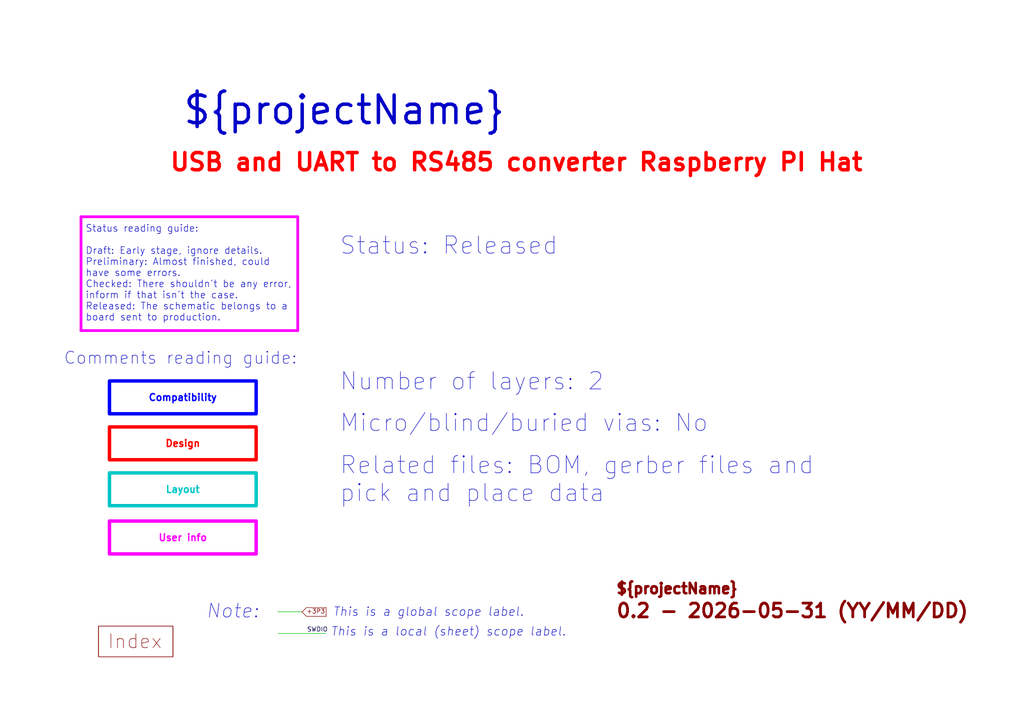
<source format=kicad_sch>
(kicad_sch
	(version 20250114)
	(generator "eeschema")
	(generator_version "9.0")
	(uuid "e63e39d7-6ac0-4ffd-8aa3-1841a4541b55")
	(paper "A4")
	(title_block
		(title "${boardName} - ${coverName}")
		(date "2025-11-22")
		(rev "0.2")
	)
	(lib_symbols)
	(text "${REVISION} - ${CURRENT_DATE} (YY/MM/DD)"
		(exclude_from_sim no)
		(at 178.435 179.705 0)
		(effects
			(font
				(size 4 4)
				(thickness 0.8)
				(bold yes)
				(color 132 0 0 1)
			)
			(justify left bottom)
		)
		(uuid "1a781d91-6be6-445f-96e2-06e76b7517a4")
	)
	(text "Status reading guide:\n\nDraft: Early stage, ignore details.\nPreliminary: Almost finished, could\nhave some errors.\nChecked: There shouldn't be any error,\ninform if that isn't the case.\nReleased: The schematic belongs to a \nboard sent to production."
		(exclude_from_sim no)
		(at 24.765 93.345 0)
		(effects
			(font
				(size 2 2)
			)
			(justify left bottom)
		)
		(uuid "1bcce2a7-1d4a-4ce7-8492-8c5b78c6bc3e")
	)
	(text "${projectName}"
		(exclude_from_sim no)
		(at 52.705 36.83 0)
		(effects
			(font
				(size 8 8)
				(thickness 1)
				(bold yes)
			)
			(justify left bottom)
		)
		(uuid "328b655f-3682-4d72-b986-09747092cdfb")
	)
	(text "This is a global scope label."
		(exclude_from_sim no)
		(at 96.52 179.07 0)
		(effects
			(font
				(size 2.5 2.5)
				(italic yes)
			)
			(justify left bottom)
		)
		(uuid "3b398e0a-4c10-4dcc-aa1f-5dcd51a576d9")
	)
	(text "Micro/blind/buried vias: No"
		(exclude_from_sim no)
		(at 98.425 125.73 0)
		(effects
			(font
				(size 5 5)
			)
			(justify left bottom)
		)
		(uuid "46c31fef-8b6d-4892-b7d6-1b9818ed82f5")
	)
	(text "Status: Released"
		(exclude_from_sim no)
		(at 98.425 74.295 0)
		(effects
			(font
				(size 5 5)
			)
			(justify left bottom)
		)
		(uuid "73b1f676-64a1-4437-9380-52c422752ac5")
	)
	(text "Comments reading guide:"
		(exclude_from_sim no)
		(at 18.415 106.045 0)
		(effects
			(font
				(size 3.5 3.5)
			)
			(justify left bottom)
		)
		(uuid "775fc778-7594-4b1f-8fe4-63abff69d96c")
	)
	(text "Note:"
		(exclude_from_sim no)
		(at 59.69 179.705 0)
		(effects
			(font
				(size 4 4)
				(italic yes)
			)
			(justify left bottom)
		)
		(uuid "7da919a6-904e-41c7-b0f6-91d865a93890")
	)
	(text "USB and UART to RS485 converter Raspberry PI Hat"
		(exclude_from_sim no)
		(at 48.895 50.165 0)
		(effects
			(font
				(size 5 5)
				(thickness 1)
				(bold yes)
				(color 255 0 0 1)
			)
			(justify left bottom)
		)
		(uuid "81a41d77-af36-4ec3-adf9-ecd6ea389e60")
	)
	(text "Related files: BOM, gerber files and\npick and place data"
		(exclude_from_sim no)
		(at 98.425 146.05 0)
		(effects
			(font
				(size 5 5)
			)
			(justify left bottom)
		)
		(uuid "99e5628a-8c61-4f9d-aa6e-5b585271b505")
	)
	(text "This is a local (sheet) scope label."
		(exclude_from_sim no)
		(at 95.885 184.785 0)
		(effects
			(font
				(size 2.5 2.5)
				(italic yes)
			)
			(justify left bottom)
		)
		(uuid "b3eebb03-af8c-48e8-a7d9-5ec3741206fa")
	)
	(text "SWDIO"
		(exclude_from_sim no)
		(at 89.027 183.4896 0)
		(effects
			(font
				(size 1.27 1.27)
				(color 0 0 72 1)
			)
			(justify left bottom)
		)
		(uuid "b5a00e1a-8c36-403e-aef8-ba74acad49ad")
	)
	(text "Index"
		(exclude_from_sim no)
		(at 31.115 188.595 0)
		(effects
			(font
				(size 4 4)
				(color 132 0 0 1)
			)
			(justify left bottom)
		)
		(uuid "c9c312d0-f746-4447-b3a4-7e610e80ec0a")
	)
	(text "+3P3"
		(exclude_from_sim no)
		(at 88.8746 178.2572 0)
		(effects
			(font
				(size 1.27 1.27)
				(color 132 0 0 1)
			)
			(justify left bottom)
		)
		(uuid "d06ce84f-88fb-4292-9589-fa22d07854b6")
	)
	(text "Number of layers: 2"
		(exclude_from_sim no)
		(at 98.425 113.665 0)
		(effects
			(font
				(size 5 5)
			)
			(justify left bottom)
		)
		(uuid "d46f6682-7aa3-41f8-8dfe-bfed3b1f9948")
	)
	(text "${projectName}"
		(exclude_from_sim no)
		(at 178.435 172.72 0)
		(effects
			(font
				(size 3 3)
				(thickness 0.8)
				(bold yes)
				(color 132 0 0 1)
			)
			(justify left bottom)
		)
		(uuid "e9800da5-11f3-4507-a140-586b6e0c4238")
	)
	(text_box "Design"
		(exclude_from_sim no)
		(at 31.75 123.825 0)
		(size 42.545 9.525)
		(margins 2 2 2 2)
		(stroke
			(width 1)
			(type default)
			(color 255 0 0 1)
		)
		(fill
			(type none)
		)
		(effects
			(font
				(size 2 2)
				(thickness 0.4)
				(bold yes)
				(color 255 0 0 1)
			)
		)
		(uuid "1b5c2cf5-124e-4f86-a474-5c4be9e3fe15")
	)
	(text_box "Compatibility"
		(exclude_from_sim no)
		(at 31.75 110.49 0)
		(size 42.545 9.525)
		(margins 2 2 2 2)
		(stroke
			(width 1)
			(type default)
			(color 0 0 255 1)
		)
		(fill
			(type none)
		)
		(effects
			(font
				(size 2 2)
				(thickness 0.4)
				(bold yes)
				(color 0 0 255 1)
			)
		)
		(uuid "aa984558-b4fc-4402-9b3a-f167ab16e118")
	)
	(text_box "User info"
		(exclude_from_sim no)
		(at 31.75 151.13 0)
		(size 42.545 9.525)
		(margins 2 2 2 2)
		(stroke
			(width 1)
			(type default)
			(color 255 0 255 1)
		)
		(fill
			(type none)
		)
		(effects
			(font
				(size 2 2)
				(thickness 0.4)
				(bold yes)
				(color 255 0 255 1)
			)
		)
		(uuid "d227550d-c416-4488-9140-4b84e954cb08")
	)
	(text_box "Layout"
		(exclude_from_sim no)
		(at 31.75 137.16 0)
		(size 42.545 9.525)
		(margins 2 2 2 2)
		(stroke
			(width 1)
			(type default)
			(color 0 194 194 1)
		)
		(fill
			(type none)
		)
		(effects
			(font
				(size 2 2)
				(thickness 0.4)
				(bold yes)
				(color 0 194 194 1)
			)
		)
		(uuid "d96af5ad-2b4d-4ea1-a386-5433a78f90a2")
	)
	(polyline
		(pts
			(xy 87.6046 177.4952) (xy 88.8746 176.2252)
		)
		(stroke
			(width 0)
			(type default)
			(color 132 0 0 1)
		)
		(uuid "0bf230ea-0b23-433b-9e87-f1a3693424ca")
	)
	(polyline
		(pts
			(xy 87.6046 177.4952) (xy 88.8746 178.7652)
		)
		(stroke
			(width 0)
			(type default)
			(color 132 0 0 1)
		)
		(uuid "14947e3d-59e0-4a6b-821d-582920d989b4")
	)
	(polyline
		(pts
			(xy 88.8746 178.7652) (xy 94.5896 178.7652)
		)
		(stroke
			(width 0)
			(type default)
			(color 132 0 0 1)
		)
		(uuid "1aa4048a-c8f3-4568-b409-4246aea0e360")
	)
	(polyline
		(pts
			(xy 94.5896 176.2252) (xy 94.5896 178.1302)
		)
		(stroke
			(width 0)
			(type default)
			(color 132 0 0 1)
		)
		(uuid "1acb670f-3e36-471a-9687-8d8b29854f0d")
	)
	(polyline
		(pts
			(xy 94.5896 178.1302) (xy 94.5896 178.7652)
		)
		(stroke
			(width 0)
			(type default)
			(color 132 0 0 1)
		)
		(uuid "2112a9f6-0d85-4af8-a07b-33fae708dd18")
	)
	(polyline
		(pts
			(xy 23.495 95.885) (xy 23.495 62.865)
		)
		(stroke
			(width 0.8)
			(type default)
			(color 255 0 255 1)
		)
		(uuid "24fc7443-835f-4b76-b57b-a0cefa41df90")
	)
	(polyline
		(pts
			(xy 80.645 183.7436) (xy 94.5388 183.7436)
		)
		(stroke
			(width 0)
			(type default)
			(color 0 194 0 1)
		)
		(uuid "3fc8e4bc-e869-4e65-bb72-1fae8a957c88")
	)
	(polyline
		(pts
			(xy 80.5942 177.4444) (xy 87.6046 177.4444)
		)
		(stroke
			(width 0)
			(type default)
			(color 0 194 0 1)
		)
		(uuid "6decca94-0ffa-45c2-9245-bb391bb25c0b")
	)
	(polyline
		(pts
			(xy 86.36 95.885) (xy 23.495 95.885)
		)
		(stroke
			(width 0.8)
			(type default)
			(color 255 0 255 1)
		)
		(uuid "7ad5102a-93a1-46e6-9d4b-ca2d6b67a6de")
	)
	(polyline
		(pts
			(xy 23.495 62.865) (xy 86.36 62.865)
		)
		(stroke
			(width 0.8)
			(type default)
			(color 255 0 255 1)
		)
		(uuid "b6bbdc53-1fd3-4135-bf18-4b9ea2207ca4")
	)
	(polyline
		(pts
			(xy 86.36 62.865) (xy 86.36 95.885)
		)
		(stroke
			(width 0.8)
			(type default)
			(color 255 0 255 1)
		)
		(uuid "d8522ee7-59e3-411a-a232-b0b35ff56924")
	)
	(polyline
		(pts
			(xy 88.8746 176.2252) (xy 94.5896 176.2252)
		)
		(stroke
			(width 0)
			(type default)
			(color 132 0 0 1)
		)
		(uuid "f5a93e91-ead5-4e42-a9a5-ed1407b11792")
	)
	(sheet
		(at 28.575 181.61)
		(size 21.59 8.89)
		(exclude_from_sim no)
		(in_bom yes)
		(on_board yes)
		(dnp no)
		(fields_autoplaced yes)
		(stroke
			(width 0.1524)
			(type solid)
		)
		(fill
			(color 0 0 0 0.0000)
		)
		(uuid "eef31ba5-994a-4dab-8b67-8b56d6ec3764")
		(property "Sheetname" "index"
			(at 28.575 180.8984 0)
			(effects
				(font
					(size 1.27 1.27)
				)
				(justify left bottom)
				(hide yes)
			)
		)
		(property "Sheetfile" "index.kicad_sch"
			(at 28.575 191.0846 0)
			(effects
				(font
					(size 1.27 1.27)
				)
				(justify left top)
				(hide yes)
			)
		)
		(instances
			(project "0.2"
				(path "/e63e39d7-6ac0-4ffd-8aa3-1841a4541b55"
					(page "2")
				)
			)
		)
	)
	(sheet_instances
		(path "/"
			(page "1")
		)
	)
	(embedded_fonts no)
)

</source>
